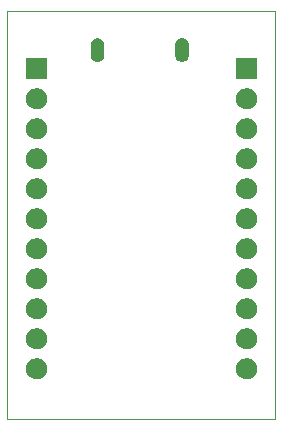
<source format=gbr>
G04 #@! TF.GenerationSoftware,KiCad,Pcbnew,(5.1.5)-3*
G04 #@! TF.CreationDate,2021-10-23T21:46:58-05:00*
G04 #@! TF.ProjectId,STM32QFN28Breakout,53544d33-3251-4464-9e32-38427265616b,rev?*
G04 #@! TF.SameCoordinates,Original*
G04 #@! TF.FileFunction,Soldermask,Bot*
G04 #@! TF.FilePolarity,Negative*
%FSLAX46Y46*%
G04 Gerber Fmt 4.6, Leading zero omitted, Abs format (unit mm)*
G04 Created by KiCad (PCBNEW (5.1.5)-3) date 2021-10-23 21:46:58*
%MOMM*%
%LPD*%
G04 APERTURE LIST*
%ADD10C,0.050000*%
%ADD11C,0.100000*%
G04 APERTURE END LIST*
D10*
X200693020Y-76370180D02*
X200693020Y-110929420D01*
X223405700Y-76377800D02*
X200693020Y-76370180D01*
X223405700Y-110975140D02*
X223405700Y-76377800D01*
X200693020Y-110929420D02*
X223405700Y-110975140D01*
D11*
G36*
X221093512Y-105783927D02*
G01*
X221242812Y-105813624D01*
X221406784Y-105881544D01*
X221554354Y-105980147D01*
X221679853Y-106105646D01*
X221778456Y-106253216D01*
X221846376Y-106417188D01*
X221881000Y-106591259D01*
X221881000Y-106768741D01*
X221846376Y-106942812D01*
X221778456Y-107106784D01*
X221679853Y-107254354D01*
X221554354Y-107379853D01*
X221406784Y-107478456D01*
X221242812Y-107546376D01*
X221093512Y-107576073D01*
X221068742Y-107581000D01*
X220891258Y-107581000D01*
X220866488Y-107576073D01*
X220717188Y-107546376D01*
X220553216Y-107478456D01*
X220405646Y-107379853D01*
X220280147Y-107254354D01*
X220181544Y-107106784D01*
X220113624Y-106942812D01*
X220079000Y-106768741D01*
X220079000Y-106591259D01*
X220113624Y-106417188D01*
X220181544Y-106253216D01*
X220280147Y-106105646D01*
X220405646Y-105980147D01*
X220553216Y-105881544D01*
X220717188Y-105813624D01*
X220866488Y-105783927D01*
X220891258Y-105779000D01*
X221068742Y-105779000D01*
X221093512Y-105783927D01*
G37*
G36*
X203313512Y-105783927D02*
G01*
X203462812Y-105813624D01*
X203626784Y-105881544D01*
X203774354Y-105980147D01*
X203899853Y-106105646D01*
X203998456Y-106253216D01*
X204066376Y-106417188D01*
X204101000Y-106591259D01*
X204101000Y-106768741D01*
X204066376Y-106942812D01*
X203998456Y-107106784D01*
X203899853Y-107254354D01*
X203774354Y-107379853D01*
X203626784Y-107478456D01*
X203462812Y-107546376D01*
X203313512Y-107576073D01*
X203288742Y-107581000D01*
X203111258Y-107581000D01*
X203086488Y-107576073D01*
X202937188Y-107546376D01*
X202773216Y-107478456D01*
X202625646Y-107379853D01*
X202500147Y-107254354D01*
X202401544Y-107106784D01*
X202333624Y-106942812D01*
X202299000Y-106768741D01*
X202299000Y-106591259D01*
X202333624Y-106417188D01*
X202401544Y-106253216D01*
X202500147Y-106105646D01*
X202625646Y-105980147D01*
X202773216Y-105881544D01*
X202937188Y-105813624D01*
X203086488Y-105783927D01*
X203111258Y-105779000D01*
X203288742Y-105779000D01*
X203313512Y-105783927D01*
G37*
G36*
X203313512Y-103243927D02*
G01*
X203462812Y-103273624D01*
X203626784Y-103341544D01*
X203774354Y-103440147D01*
X203899853Y-103565646D01*
X203998456Y-103713216D01*
X204066376Y-103877188D01*
X204101000Y-104051259D01*
X204101000Y-104228741D01*
X204066376Y-104402812D01*
X203998456Y-104566784D01*
X203899853Y-104714354D01*
X203774354Y-104839853D01*
X203626784Y-104938456D01*
X203462812Y-105006376D01*
X203313512Y-105036073D01*
X203288742Y-105041000D01*
X203111258Y-105041000D01*
X203086488Y-105036073D01*
X202937188Y-105006376D01*
X202773216Y-104938456D01*
X202625646Y-104839853D01*
X202500147Y-104714354D01*
X202401544Y-104566784D01*
X202333624Y-104402812D01*
X202299000Y-104228741D01*
X202299000Y-104051259D01*
X202333624Y-103877188D01*
X202401544Y-103713216D01*
X202500147Y-103565646D01*
X202625646Y-103440147D01*
X202773216Y-103341544D01*
X202937188Y-103273624D01*
X203086488Y-103243927D01*
X203111258Y-103239000D01*
X203288742Y-103239000D01*
X203313512Y-103243927D01*
G37*
G36*
X221093512Y-103243927D02*
G01*
X221242812Y-103273624D01*
X221406784Y-103341544D01*
X221554354Y-103440147D01*
X221679853Y-103565646D01*
X221778456Y-103713216D01*
X221846376Y-103877188D01*
X221881000Y-104051259D01*
X221881000Y-104228741D01*
X221846376Y-104402812D01*
X221778456Y-104566784D01*
X221679853Y-104714354D01*
X221554354Y-104839853D01*
X221406784Y-104938456D01*
X221242812Y-105006376D01*
X221093512Y-105036073D01*
X221068742Y-105041000D01*
X220891258Y-105041000D01*
X220866488Y-105036073D01*
X220717188Y-105006376D01*
X220553216Y-104938456D01*
X220405646Y-104839853D01*
X220280147Y-104714354D01*
X220181544Y-104566784D01*
X220113624Y-104402812D01*
X220079000Y-104228741D01*
X220079000Y-104051259D01*
X220113624Y-103877188D01*
X220181544Y-103713216D01*
X220280147Y-103565646D01*
X220405646Y-103440147D01*
X220553216Y-103341544D01*
X220717188Y-103273624D01*
X220866488Y-103243927D01*
X220891258Y-103239000D01*
X221068742Y-103239000D01*
X221093512Y-103243927D01*
G37*
G36*
X221093512Y-100703927D02*
G01*
X221242812Y-100733624D01*
X221406784Y-100801544D01*
X221554354Y-100900147D01*
X221679853Y-101025646D01*
X221778456Y-101173216D01*
X221846376Y-101337188D01*
X221881000Y-101511259D01*
X221881000Y-101688741D01*
X221846376Y-101862812D01*
X221778456Y-102026784D01*
X221679853Y-102174354D01*
X221554354Y-102299853D01*
X221406784Y-102398456D01*
X221242812Y-102466376D01*
X221093512Y-102496073D01*
X221068742Y-102501000D01*
X220891258Y-102501000D01*
X220866488Y-102496073D01*
X220717188Y-102466376D01*
X220553216Y-102398456D01*
X220405646Y-102299853D01*
X220280147Y-102174354D01*
X220181544Y-102026784D01*
X220113624Y-101862812D01*
X220079000Y-101688741D01*
X220079000Y-101511259D01*
X220113624Y-101337188D01*
X220181544Y-101173216D01*
X220280147Y-101025646D01*
X220405646Y-100900147D01*
X220553216Y-100801544D01*
X220717188Y-100733624D01*
X220866488Y-100703927D01*
X220891258Y-100699000D01*
X221068742Y-100699000D01*
X221093512Y-100703927D01*
G37*
G36*
X203313512Y-100703927D02*
G01*
X203462812Y-100733624D01*
X203626784Y-100801544D01*
X203774354Y-100900147D01*
X203899853Y-101025646D01*
X203998456Y-101173216D01*
X204066376Y-101337188D01*
X204101000Y-101511259D01*
X204101000Y-101688741D01*
X204066376Y-101862812D01*
X203998456Y-102026784D01*
X203899853Y-102174354D01*
X203774354Y-102299853D01*
X203626784Y-102398456D01*
X203462812Y-102466376D01*
X203313512Y-102496073D01*
X203288742Y-102501000D01*
X203111258Y-102501000D01*
X203086488Y-102496073D01*
X202937188Y-102466376D01*
X202773216Y-102398456D01*
X202625646Y-102299853D01*
X202500147Y-102174354D01*
X202401544Y-102026784D01*
X202333624Y-101862812D01*
X202299000Y-101688741D01*
X202299000Y-101511259D01*
X202333624Y-101337188D01*
X202401544Y-101173216D01*
X202500147Y-101025646D01*
X202625646Y-100900147D01*
X202773216Y-100801544D01*
X202937188Y-100733624D01*
X203086488Y-100703927D01*
X203111258Y-100699000D01*
X203288742Y-100699000D01*
X203313512Y-100703927D01*
G37*
G36*
X203313512Y-98163927D02*
G01*
X203462812Y-98193624D01*
X203626784Y-98261544D01*
X203774354Y-98360147D01*
X203899853Y-98485646D01*
X203998456Y-98633216D01*
X204066376Y-98797188D01*
X204101000Y-98971259D01*
X204101000Y-99148741D01*
X204066376Y-99322812D01*
X203998456Y-99486784D01*
X203899853Y-99634354D01*
X203774354Y-99759853D01*
X203626784Y-99858456D01*
X203462812Y-99926376D01*
X203313512Y-99956073D01*
X203288742Y-99961000D01*
X203111258Y-99961000D01*
X203086488Y-99956073D01*
X202937188Y-99926376D01*
X202773216Y-99858456D01*
X202625646Y-99759853D01*
X202500147Y-99634354D01*
X202401544Y-99486784D01*
X202333624Y-99322812D01*
X202299000Y-99148741D01*
X202299000Y-98971259D01*
X202333624Y-98797188D01*
X202401544Y-98633216D01*
X202500147Y-98485646D01*
X202625646Y-98360147D01*
X202773216Y-98261544D01*
X202937188Y-98193624D01*
X203086488Y-98163927D01*
X203111258Y-98159000D01*
X203288742Y-98159000D01*
X203313512Y-98163927D01*
G37*
G36*
X221093512Y-98163927D02*
G01*
X221242812Y-98193624D01*
X221406784Y-98261544D01*
X221554354Y-98360147D01*
X221679853Y-98485646D01*
X221778456Y-98633216D01*
X221846376Y-98797188D01*
X221881000Y-98971259D01*
X221881000Y-99148741D01*
X221846376Y-99322812D01*
X221778456Y-99486784D01*
X221679853Y-99634354D01*
X221554354Y-99759853D01*
X221406784Y-99858456D01*
X221242812Y-99926376D01*
X221093512Y-99956073D01*
X221068742Y-99961000D01*
X220891258Y-99961000D01*
X220866488Y-99956073D01*
X220717188Y-99926376D01*
X220553216Y-99858456D01*
X220405646Y-99759853D01*
X220280147Y-99634354D01*
X220181544Y-99486784D01*
X220113624Y-99322812D01*
X220079000Y-99148741D01*
X220079000Y-98971259D01*
X220113624Y-98797188D01*
X220181544Y-98633216D01*
X220280147Y-98485646D01*
X220405646Y-98360147D01*
X220553216Y-98261544D01*
X220717188Y-98193624D01*
X220866488Y-98163927D01*
X220891258Y-98159000D01*
X221068742Y-98159000D01*
X221093512Y-98163927D01*
G37*
G36*
X221093512Y-95623927D02*
G01*
X221242812Y-95653624D01*
X221406784Y-95721544D01*
X221554354Y-95820147D01*
X221679853Y-95945646D01*
X221778456Y-96093216D01*
X221846376Y-96257188D01*
X221881000Y-96431259D01*
X221881000Y-96608741D01*
X221846376Y-96782812D01*
X221778456Y-96946784D01*
X221679853Y-97094354D01*
X221554354Y-97219853D01*
X221406784Y-97318456D01*
X221242812Y-97386376D01*
X221093512Y-97416073D01*
X221068742Y-97421000D01*
X220891258Y-97421000D01*
X220866488Y-97416073D01*
X220717188Y-97386376D01*
X220553216Y-97318456D01*
X220405646Y-97219853D01*
X220280147Y-97094354D01*
X220181544Y-96946784D01*
X220113624Y-96782812D01*
X220079000Y-96608741D01*
X220079000Y-96431259D01*
X220113624Y-96257188D01*
X220181544Y-96093216D01*
X220280147Y-95945646D01*
X220405646Y-95820147D01*
X220553216Y-95721544D01*
X220717188Y-95653624D01*
X220866488Y-95623927D01*
X220891258Y-95619000D01*
X221068742Y-95619000D01*
X221093512Y-95623927D01*
G37*
G36*
X203313512Y-95623927D02*
G01*
X203462812Y-95653624D01*
X203626784Y-95721544D01*
X203774354Y-95820147D01*
X203899853Y-95945646D01*
X203998456Y-96093216D01*
X204066376Y-96257188D01*
X204101000Y-96431259D01*
X204101000Y-96608741D01*
X204066376Y-96782812D01*
X203998456Y-96946784D01*
X203899853Y-97094354D01*
X203774354Y-97219853D01*
X203626784Y-97318456D01*
X203462812Y-97386376D01*
X203313512Y-97416073D01*
X203288742Y-97421000D01*
X203111258Y-97421000D01*
X203086488Y-97416073D01*
X202937188Y-97386376D01*
X202773216Y-97318456D01*
X202625646Y-97219853D01*
X202500147Y-97094354D01*
X202401544Y-96946784D01*
X202333624Y-96782812D01*
X202299000Y-96608741D01*
X202299000Y-96431259D01*
X202333624Y-96257188D01*
X202401544Y-96093216D01*
X202500147Y-95945646D01*
X202625646Y-95820147D01*
X202773216Y-95721544D01*
X202937188Y-95653624D01*
X203086488Y-95623927D01*
X203111258Y-95619000D01*
X203288742Y-95619000D01*
X203313512Y-95623927D01*
G37*
G36*
X221093512Y-93083927D02*
G01*
X221242812Y-93113624D01*
X221406784Y-93181544D01*
X221554354Y-93280147D01*
X221679853Y-93405646D01*
X221778456Y-93553216D01*
X221846376Y-93717188D01*
X221881000Y-93891259D01*
X221881000Y-94068741D01*
X221846376Y-94242812D01*
X221778456Y-94406784D01*
X221679853Y-94554354D01*
X221554354Y-94679853D01*
X221406784Y-94778456D01*
X221242812Y-94846376D01*
X221093512Y-94876073D01*
X221068742Y-94881000D01*
X220891258Y-94881000D01*
X220866488Y-94876073D01*
X220717188Y-94846376D01*
X220553216Y-94778456D01*
X220405646Y-94679853D01*
X220280147Y-94554354D01*
X220181544Y-94406784D01*
X220113624Y-94242812D01*
X220079000Y-94068741D01*
X220079000Y-93891259D01*
X220113624Y-93717188D01*
X220181544Y-93553216D01*
X220280147Y-93405646D01*
X220405646Y-93280147D01*
X220553216Y-93181544D01*
X220717188Y-93113624D01*
X220866488Y-93083927D01*
X220891258Y-93079000D01*
X221068742Y-93079000D01*
X221093512Y-93083927D01*
G37*
G36*
X203313512Y-93083927D02*
G01*
X203462812Y-93113624D01*
X203626784Y-93181544D01*
X203774354Y-93280147D01*
X203899853Y-93405646D01*
X203998456Y-93553216D01*
X204066376Y-93717188D01*
X204101000Y-93891259D01*
X204101000Y-94068741D01*
X204066376Y-94242812D01*
X203998456Y-94406784D01*
X203899853Y-94554354D01*
X203774354Y-94679853D01*
X203626784Y-94778456D01*
X203462812Y-94846376D01*
X203313512Y-94876073D01*
X203288742Y-94881000D01*
X203111258Y-94881000D01*
X203086488Y-94876073D01*
X202937188Y-94846376D01*
X202773216Y-94778456D01*
X202625646Y-94679853D01*
X202500147Y-94554354D01*
X202401544Y-94406784D01*
X202333624Y-94242812D01*
X202299000Y-94068741D01*
X202299000Y-93891259D01*
X202333624Y-93717188D01*
X202401544Y-93553216D01*
X202500147Y-93405646D01*
X202625646Y-93280147D01*
X202773216Y-93181544D01*
X202937188Y-93113624D01*
X203086488Y-93083927D01*
X203111258Y-93079000D01*
X203288742Y-93079000D01*
X203313512Y-93083927D01*
G37*
G36*
X203313512Y-90543927D02*
G01*
X203462812Y-90573624D01*
X203626784Y-90641544D01*
X203774354Y-90740147D01*
X203899853Y-90865646D01*
X203998456Y-91013216D01*
X204066376Y-91177188D01*
X204101000Y-91351259D01*
X204101000Y-91528741D01*
X204066376Y-91702812D01*
X203998456Y-91866784D01*
X203899853Y-92014354D01*
X203774354Y-92139853D01*
X203626784Y-92238456D01*
X203462812Y-92306376D01*
X203313512Y-92336073D01*
X203288742Y-92341000D01*
X203111258Y-92341000D01*
X203086488Y-92336073D01*
X202937188Y-92306376D01*
X202773216Y-92238456D01*
X202625646Y-92139853D01*
X202500147Y-92014354D01*
X202401544Y-91866784D01*
X202333624Y-91702812D01*
X202299000Y-91528741D01*
X202299000Y-91351259D01*
X202333624Y-91177188D01*
X202401544Y-91013216D01*
X202500147Y-90865646D01*
X202625646Y-90740147D01*
X202773216Y-90641544D01*
X202937188Y-90573624D01*
X203086488Y-90543927D01*
X203111258Y-90539000D01*
X203288742Y-90539000D01*
X203313512Y-90543927D01*
G37*
G36*
X221093512Y-90543927D02*
G01*
X221242812Y-90573624D01*
X221406784Y-90641544D01*
X221554354Y-90740147D01*
X221679853Y-90865646D01*
X221778456Y-91013216D01*
X221846376Y-91177188D01*
X221881000Y-91351259D01*
X221881000Y-91528741D01*
X221846376Y-91702812D01*
X221778456Y-91866784D01*
X221679853Y-92014354D01*
X221554354Y-92139853D01*
X221406784Y-92238456D01*
X221242812Y-92306376D01*
X221093512Y-92336073D01*
X221068742Y-92341000D01*
X220891258Y-92341000D01*
X220866488Y-92336073D01*
X220717188Y-92306376D01*
X220553216Y-92238456D01*
X220405646Y-92139853D01*
X220280147Y-92014354D01*
X220181544Y-91866784D01*
X220113624Y-91702812D01*
X220079000Y-91528741D01*
X220079000Y-91351259D01*
X220113624Y-91177188D01*
X220181544Y-91013216D01*
X220280147Y-90865646D01*
X220405646Y-90740147D01*
X220553216Y-90641544D01*
X220717188Y-90573624D01*
X220866488Y-90543927D01*
X220891258Y-90539000D01*
X221068742Y-90539000D01*
X221093512Y-90543927D01*
G37*
G36*
X221093512Y-88003927D02*
G01*
X221242812Y-88033624D01*
X221406784Y-88101544D01*
X221554354Y-88200147D01*
X221679853Y-88325646D01*
X221778456Y-88473216D01*
X221846376Y-88637188D01*
X221881000Y-88811259D01*
X221881000Y-88988741D01*
X221846376Y-89162812D01*
X221778456Y-89326784D01*
X221679853Y-89474354D01*
X221554354Y-89599853D01*
X221406784Y-89698456D01*
X221242812Y-89766376D01*
X221093512Y-89796073D01*
X221068742Y-89801000D01*
X220891258Y-89801000D01*
X220866488Y-89796073D01*
X220717188Y-89766376D01*
X220553216Y-89698456D01*
X220405646Y-89599853D01*
X220280147Y-89474354D01*
X220181544Y-89326784D01*
X220113624Y-89162812D01*
X220079000Y-88988741D01*
X220079000Y-88811259D01*
X220113624Y-88637188D01*
X220181544Y-88473216D01*
X220280147Y-88325646D01*
X220405646Y-88200147D01*
X220553216Y-88101544D01*
X220717188Y-88033624D01*
X220866488Y-88003927D01*
X220891258Y-87999000D01*
X221068742Y-87999000D01*
X221093512Y-88003927D01*
G37*
G36*
X203313512Y-88003927D02*
G01*
X203462812Y-88033624D01*
X203626784Y-88101544D01*
X203774354Y-88200147D01*
X203899853Y-88325646D01*
X203998456Y-88473216D01*
X204066376Y-88637188D01*
X204101000Y-88811259D01*
X204101000Y-88988741D01*
X204066376Y-89162812D01*
X203998456Y-89326784D01*
X203899853Y-89474354D01*
X203774354Y-89599853D01*
X203626784Y-89698456D01*
X203462812Y-89766376D01*
X203313512Y-89796073D01*
X203288742Y-89801000D01*
X203111258Y-89801000D01*
X203086488Y-89796073D01*
X202937188Y-89766376D01*
X202773216Y-89698456D01*
X202625646Y-89599853D01*
X202500147Y-89474354D01*
X202401544Y-89326784D01*
X202333624Y-89162812D01*
X202299000Y-88988741D01*
X202299000Y-88811259D01*
X202333624Y-88637188D01*
X202401544Y-88473216D01*
X202500147Y-88325646D01*
X202625646Y-88200147D01*
X202773216Y-88101544D01*
X202937188Y-88033624D01*
X203086488Y-88003927D01*
X203111258Y-87999000D01*
X203288742Y-87999000D01*
X203313512Y-88003927D01*
G37*
G36*
X203313512Y-85463927D02*
G01*
X203462812Y-85493624D01*
X203626784Y-85561544D01*
X203774354Y-85660147D01*
X203899853Y-85785646D01*
X203998456Y-85933216D01*
X204066376Y-86097188D01*
X204101000Y-86271259D01*
X204101000Y-86448741D01*
X204066376Y-86622812D01*
X203998456Y-86786784D01*
X203899853Y-86934354D01*
X203774354Y-87059853D01*
X203626784Y-87158456D01*
X203462812Y-87226376D01*
X203313512Y-87256073D01*
X203288742Y-87261000D01*
X203111258Y-87261000D01*
X203086488Y-87256073D01*
X202937188Y-87226376D01*
X202773216Y-87158456D01*
X202625646Y-87059853D01*
X202500147Y-86934354D01*
X202401544Y-86786784D01*
X202333624Y-86622812D01*
X202299000Y-86448741D01*
X202299000Y-86271259D01*
X202333624Y-86097188D01*
X202401544Y-85933216D01*
X202500147Y-85785646D01*
X202625646Y-85660147D01*
X202773216Y-85561544D01*
X202937188Y-85493624D01*
X203086488Y-85463927D01*
X203111258Y-85459000D01*
X203288742Y-85459000D01*
X203313512Y-85463927D01*
G37*
G36*
X221093512Y-85463927D02*
G01*
X221242812Y-85493624D01*
X221406784Y-85561544D01*
X221554354Y-85660147D01*
X221679853Y-85785646D01*
X221778456Y-85933216D01*
X221846376Y-86097188D01*
X221881000Y-86271259D01*
X221881000Y-86448741D01*
X221846376Y-86622812D01*
X221778456Y-86786784D01*
X221679853Y-86934354D01*
X221554354Y-87059853D01*
X221406784Y-87158456D01*
X221242812Y-87226376D01*
X221093512Y-87256073D01*
X221068742Y-87261000D01*
X220891258Y-87261000D01*
X220866488Y-87256073D01*
X220717188Y-87226376D01*
X220553216Y-87158456D01*
X220405646Y-87059853D01*
X220280147Y-86934354D01*
X220181544Y-86786784D01*
X220113624Y-86622812D01*
X220079000Y-86448741D01*
X220079000Y-86271259D01*
X220113624Y-86097188D01*
X220181544Y-85933216D01*
X220280147Y-85785646D01*
X220405646Y-85660147D01*
X220553216Y-85561544D01*
X220717188Y-85493624D01*
X220866488Y-85463927D01*
X220891258Y-85459000D01*
X221068742Y-85459000D01*
X221093512Y-85463927D01*
G37*
G36*
X221093512Y-82923927D02*
G01*
X221242812Y-82953624D01*
X221406784Y-83021544D01*
X221554354Y-83120147D01*
X221679853Y-83245646D01*
X221778456Y-83393216D01*
X221846376Y-83557188D01*
X221881000Y-83731259D01*
X221881000Y-83908741D01*
X221846376Y-84082812D01*
X221778456Y-84246784D01*
X221679853Y-84394354D01*
X221554354Y-84519853D01*
X221406784Y-84618456D01*
X221242812Y-84686376D01*
X221093512Y-84716073D01*
X221068742Y-84721000D01*
X220891258Y-84721000D01*
X220866488Y-84716073D01*
X220717188Y-84686376D01*
X220553216Y-84618456D01*
X220405646Y-84519853D01*
X220280147Y-84394354D01*
X220181544Y-84246784D01*
X220113624Y-84082812D01*
X220079000Y-83908741D01*
X220079000Y-83731259D01*
X220113624Y-83557188D01*
X220181544Y-83393216D01*
X220280147Y-83245646D01*
X220405646Y-83120147D01*
X220553216Y-83021544D01*
X220717188Y-82953624D01*
X220866488Y-82923927D01*
X220891258Y-82919000D01*
X221068742Y-82919000D01*
X221093512Y-82923927D01*
G37*
G36*
X203313512Y-82923927D02*
G01*
X203462812Y-82953624D01*
X203626784Y-83021544D01*
X203774354Y-83120147D01*
X203899853Y-83245646D01*
X203998456Y-83393216D01*
X204066376Y-83557188D01*
X204101000Y-83731259D01*
X204101000Y-83908741D01*
X204066376Y-84082812D01*
X203998456Y-84246784D01*
X203899853Y-84394354D01*
X203774354Y-84519853D01*
X203626784Y-84618456D01*
X203462812Y-84686376D01*
X203313512Y-84716073D01*
X203288742Y-84721000D01*
X203111258Y-84721000D01*
X203086488Y-84716073D01*
X202937188Y-84686376D01*
X202773216Y-84618456D01*
X202625646Y-84519853D01*
X202500147Y-84394354D01*
X202401544Y-84246784D01*
X202333624Y-84082812D01*
X202299000Y-83908741D01*
X202299000Y-83731259D01*
X202333624Y-83557188D01*
X202401544Y-83393216D01*
X202500147Y-83245646D01*
X202625646Y-83120147D01*
X202773216Y-83021544D01*
X202937188Y-82953624D01*
X203086488Y-82923927D01*
X203111258Y-82919000D01*
X203288742Y-82919000D01*
X203313512Y-82923927D01*
G37*
G36*
X221881000Y-82181000D02*
G01*
X220079000Y-82181000D01*
X220079000Y-80379000D01*
X221881000Y-80379000D01*
X221881000Y-82181000D01*
G37*
G36*
X204101000Y-82181000D02*
G01*
X202299000Y-82181000D01*
X202299000Y-80379000D01*
X204101000Y-80379000D01*
X204101000Y-82181000D01*
G37*
G36*
X215625515Y-78706334D02*
G01*
X215734091Y-78739271D01*
X215734094Y-78739272D01*
X215770200Y-78758571D01*
X215834156Y-78792756D01*
X215921864Y-78864736D01*
X215993844Y-78952443D01*
X216028029Y-79016399D01*
X216047328Y-79052505D01*
X216047328Y-79052506D01*
X216047329Y-79052508D01*
X216080266Y-79161084D01*
X216088600Y-79245702D01*
X216088600Y-80152298D01*
X216080266Y-80236916D01*
X216047329Y-80345491D01*
X216047328Y-80345495D01*
X216029419Y-80379000D01*
X215993844Y-80445557D01*
X215921864Y-80533264D01*
X215834157Y-80605244D01*
X215770201Y-80639429D01*
X215734095Y-80658728D01*
X215734092Y-80658729D01*
X215625516Y-80691666D01*
X215512600Y-80702787D01*
X215399685Y-80691666D01*
X215291109Y-80658729D01*
X215291106Y-80658728D01*
X215255000Y-80639429D01*
X215191044Y-80605244D01*
X215103337Y-80533264D01*
X215031357Y-80445557D01*
X214995782Y-80379000D01*
X214977873Y-80345495D01*
X214977872Y-80345491D01*
X214944935Y-80236916D01*
X214936600Y-80152298D01*
X214936600Y-79245703D01*
X214944934Y-79161085D01*
X214977871Y-79052509D01*
X214977872Y-79052506D01*
X214997171Y-79016400D01*
X215031356Y-78952444D01*
X215103336Y-78864736D01*
X215191043Y-78792756D01*
X215254999Y-78758571D01*
X215291105Y-78739272D01*
X215291108Y-78739271D01*
X215399684Y-78706334D01*
X215512600Y-78695213D01*
X215625515Y-78706334D01*
G37*
G36*
X208475516Y-78706334D02*
G01*
X208584092Y-78739271D01*
X208584095Y-78739272D01*
X208620201Y-78758571D01*
X208684157Y-78792756D01*
X208771864Y-78864736D01*
X208843844Y-78952443D01*
X208878029Y-79016399D01*
X208897328Y-79052505D01*
X208897328Y-79052506D01*
X208897329Y-79052508D01*
X208930266Y-79161084D01*
X208938600Y-79245702D01*
X208938600Y-80152298D01*
X208930266Y-80236916D01*
X208897329Y-80345491D01*
X208897328Y-80345495D01*
X208879419Y-80379000D01*
X208843844Y-80445557D01*
X208771864Y-80533264D01*
X208684156Y-80605244D01*
X208620200Y-80639429D01*
X208584094Y-80658728D01*
X208584091Y-80658729D01*
X208475515Y-80691666D01*
X208362600Y-80702787D01*
X208249684Y-80691666D01*
X208141108Y-80658729D01*
X208141105Y-80658728D01*
X208104999Y-80639429D01*
X208041043Y-80605244D01*
X207953336Y-80533264D01*
X207881356Y-80445556D01*
X207827873Y-80345495D01*
X207827872Y-80345494D01*
X207827871Y-80345491D01*
X207794934Y-80236915D01*
X207786600Y-80152297D01*
X207786600Y-79245702D01*
X207794935Y-79161084D01*
X207827872Y-79052508D01*
X207827873Y-79052506D01*
X207827873Y-79052505D01*
X207847172Y-79016399D01*
X207881357Y-78952443D01*
X207953337Y-78864736D01*
X208041044Y-78792756D01*
X208105000Y-78758571D01*
X208141106Y-78739272D01*
X208141109Y-78739271D01*
X208249685Y-78706334D01*
X208362600Y-78695213D01*
X208475516Y-78706334D01*
G37*
M02*

</source>
